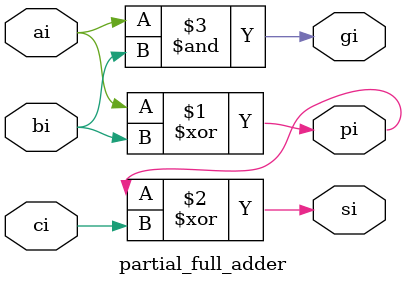
<source format=v>
module adder_carry_gpt(a, b, cin, sum, cout);

input [7:0] a, b;
input cin;
output [7:0] sum;
output cout;
wire [7:0] p, g;
wire [6:0] c;

partial_full_adder p_adder_0(p[0], sum[0], g[0], a[0], b[0], cin);
assign c[0] = g[0] | (p[0] & cin);

genvar i;
generate
    for (i = 1; i < 8; i = i + 1) begin: adder_gen
        partial_full_adder p_adder(p[i], sum[i], g[i], a[i], b[i], c[i-1]);
        assign c[i] = g[i] | (p[i] & c[i-1]);
    end
endgenerate

assign cout = g[7] | (p[7] & c[6]);

endmodule

module partial_full_adder(pi, si, gi, ai, bi, ci);
output pi, si, gi;
input ai, bi, ci;

assign pi = ai ^ bi;
assign si = pi ^ ci;
assign gi = ai & bi;

endmodule
</source>
